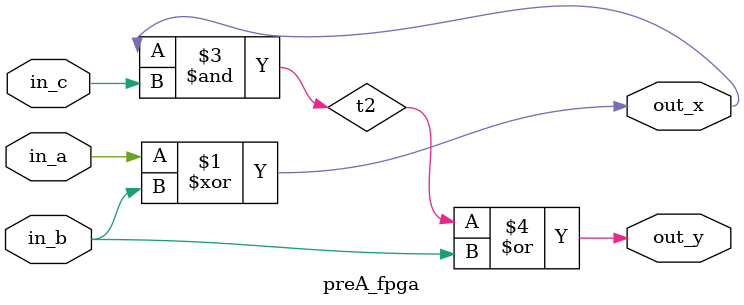
<source format=v>

module preA_fpga (
            output wire out_x,
            output wire out_y,
            input wire in_a,
            input wire in_b,
            input wire in_c
          );
    wire t1;
    wire t2;

    xnor g1(t1, in_a, in_b);
    not g2(out_x, t1);
    and g3(t2, out_x, in_c);
    or g4(out_y, t2, in_b);
endmodule

</source>
